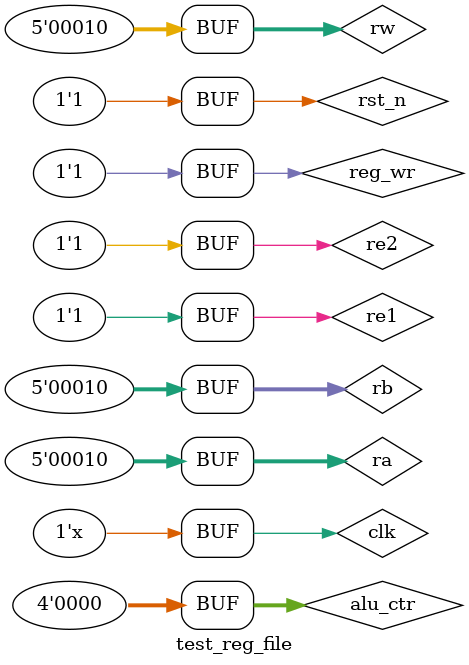
<source format=v>
`timescale 1ns / 1ps


module test_reg_file;

    reg clk;
    reg rst_n;
    
    reg [4:0]        rw;       // Ð´ÈëµØÖ·
    wire [31:0]       bus_w;   // Ð´ÈëÊý¾Ý
    reg              reg_wr;  // Ð´Ê¹ÄÜ

    reg [4:0]        ra;      // ¶ÁµØÖ·
    reg              re1;     // Á÷Ë®ÏßÓÅ»¯
    wire [31:0] bus_a;          // ¶Á³öÊý¾Ý

    reg [4:0]        rb;      // ¶ÁµØÖ·
    reg              re2;     //Á÷Ë®ÏßÓÅ»¯
    wire [31:0] bus_b;          // ¶ÁÊý¾Ý
    
    reg [3:0]          alu_ctr;
    //reg [31:0]         regA_i,regB_i;
    
    wire [31:0]        res_o;
    wire               zero;
        
    initial begin
        clk = 0;
        rst_n = 0;
        #100;
        rst_n = 1'b1;
        reg_wr = 1'b1;
        //rw = 5'b00001;
        //bus_w = 32'b0000_0000_0000_0000_0000_0000_0000_0001;
        
        #100
        re1 = 1'b1;
        re2 = 1'b1;
        
        alu_ctr = 4'b0000;
        rw = 5'b00010;
        ra = 5'b00001;
        rb = 5'b00001;
        
        #100
        ra = 5'b00010;
        rb = 5'b00010;
        
    end
    always #20 clk = ~clk;
    
    reg_file reg_file0(
        .rst_n(rst_n),
        .clk(clk),
        
        .rw(rw),
        .bus_w(bus_w),
        .reg_wr(reg_wr),
        
        .ra(ra),
        .re1(re1),
        .bus_a(bus_a),
        
        .rb(rb),
        .re2(re2),
        .bus_b(bus_b)
        );
        
    alu_top alu_top0(
        .regA_i(bus_a), 
        .regB_i(bus_b), 
        .alu_ctr(alu_ctr), 
        .res_o(bus_w), 
        .zero(zero)
        );
    
endmodule

</source>
